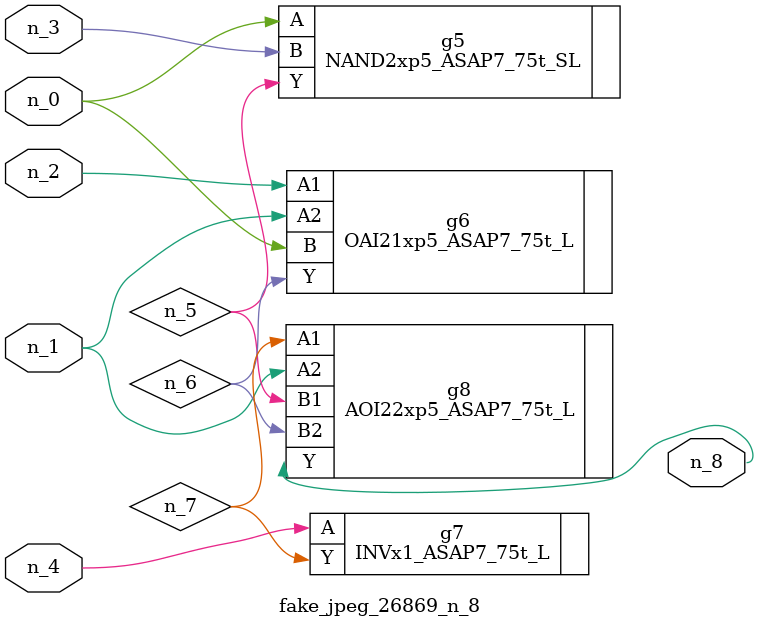
<source format=v>
module fake_jpeg_26869_n_8 (n_3, n_2, n_1, n_0, n_4, n_8);

input n_3;
input n_2;
input n_1;
input n_0;
input n_4;

output n_8;

wire n_6;
wire n_5;
wire n_7;

NAND2xp5_ASAP7_75t_SL g5 ( 
.A(n_0),
.B(n_3),
.Y(n_5)
);

OAI21xp5_ASAP7_75t_L g6 ( 
.A1(n_2),
.A2(n_1),
.B(n_0),
.Y(n_6)
);

INVx1_ASAP7_75t_L g7 ( 
.A(n_4),
.Y(n_7)
);

AOI22xp5_ASAP7_75t_L g8 ( 
.A1(n_7),
.A2(n_1),
.B1(n_5),
.B2(n_6),
.Y(n_8)
);


endmodule
</source>
